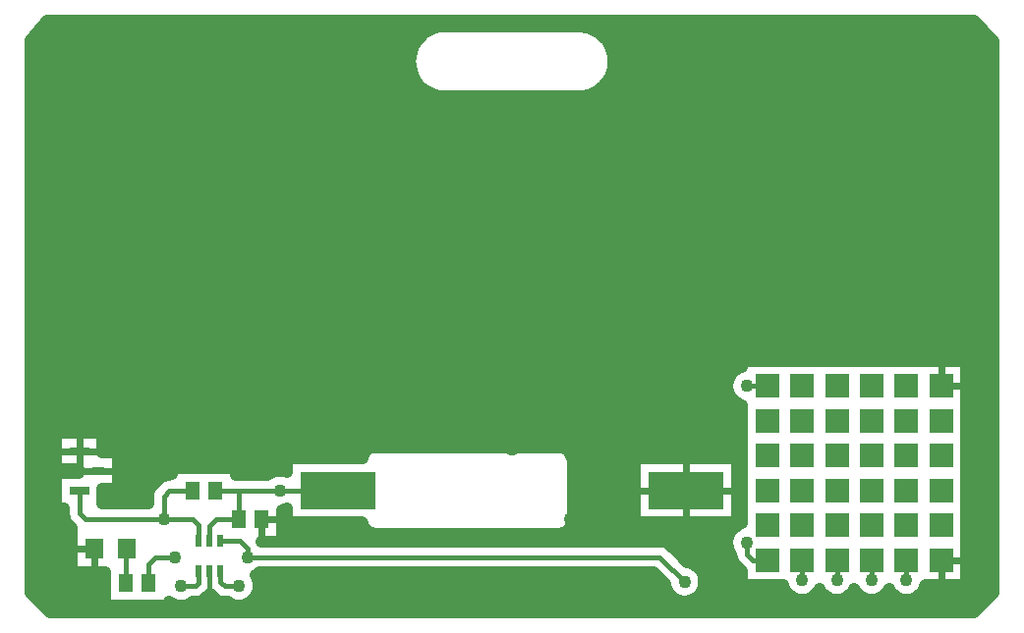
<source format=gbr>
G04 DipTrace 3.3.1.3*
G04 badge-Top.gbr*
%MOMM*%
G04 #@! TF.FileFunction,Copper,L1,Top*
G04 #@! TF.Part,Single*
G04 #@! TA.AperFunction,Conductor*
%ADD14C,0.4*%
G04 #@! TA.AperFunction,CopperBalancing*
%ADD15C,1.0*%
%ADD16C,0.6*%
%ADD18R,6.5X3.2*%
%ADD19R,1.3X1.5*%
%ADD20R,1.6X1.8*%
%ADD25R,2.0X2.0*%
%ADD27R,1.7X0.8*%
%ADD28R,1.1X0.8*%
%ADD30R,0.6X1.1*%
G04 #@! TA.AperFunction,ViaPad*
%ADD31C,1.1*%
%FSLAX35Y35*%
G04*
G71*
G90*
G75*
G01*
G04 Top*
%LPD*%
X1600000Y770000D2*
D14*
Y900000D1*
X1550000Y950000D1*
X1300000D1*
X625000D1*
X575000Y1000000D1*
Y1200000D1*
X1550000D2*
X1350000D1*
X1300000Y1150000D1*
Y950000D1*
X7700000Y600000D2*
Y425000D1*
X1695000Y500000D2*
Y200000D1*
X1700000D1*
X1790000Y500000D2*
Y410000D1*
X1825000Y375000D1*
X1950000D1*
X7100000Y600000D2*
Y425000D1*
X1600000Y500000D2*
Y400000D1*
X1575000Y375000D1*
X1450000D1*
X6800000Y600000D2*
Y425000D1*
X1790000Y770000D2*
X1955000D1*
X2025000Y700000D1*
Y625000D1*
X1400000D2*
X1225000D1*
X1165000Y565000D1*
Y400000D1*
X7400000Y600000D2*
Y425000D1*
X5787500Y412500D2*
X5575000Y625000D1*
X2025000D1*
X975000Y400000D2*
Y695000D1*
X980000Y700000D1*
X1695000Y770000D2*
Y795000D1*
X2800000Y1200000D2*
X2300000D1*
X1950000D1*
X1740000D1*
X1950000Y950000D2*
Y1200000D1*
X6500000Y600000D2*
X6375000D1*
X6325000Y650000D1*
Y750000D1*
Y2100000D2*
X6500000D1*
X1695000Y770000D2*
Y895000D1*
X1750000Y950000D1*
X1950000D1*
D31*
X1300000D3*
X7700000Y425000D3*
X1950000Y375000D3*
X7100000Y425000D3*
X1450000Y375000D3*
X6800000Y425000D3*
X2025000Y625000D3*
X1400000D3*
X7400000Y425000D3*
X5787500Y412500D3*
X6325000Y750000D3*
Y2100000D3*
Y750000D3*
X5100000Y1500000D3*
X2300000Y1200000D3*
X5800000Y900000D3*
Y1500000D3*
X8200000Y400000D3*
Y5000000D3*
X400000D3*
Y400000D3*
X4300000Y5225000D3*
Y200000D3*
X1700000D3*
X1000000Y1600000D3*
X2325000Y950000D3*
X1700000Y1600000D3*
X4300000Y1550000D3*
X6200000Y200000D3*
X4300000Y2425000D3*
X8400000Y2700000D3*
X2400000Y5200000D3*
X6200000D3*
X200000Y2700000D3*
X8200000Y2300000D3*
X2400000Y200000D3*
X7250000Y175000D3*
X4800000Y950000D3*
X220477Y5150333D2*
D15*
X3546530D1*
X5053483D2*
X8368963D1*
X160047Y5050667D2*
X3453833D1*
X5146087D2*
X8439967D1*
X160047Y4951000D2*
X3418380D1*
X5181633D2*
X8439967D1*
X160047Y4851333D2*
X3417923D1*
X5182090D2*
X8439967D1*
X160047Y4751667D2*
X3452560D1*
X5147453D2*
X8439967D1*
X160047Y4652000D2*
X3543157D1*
X5056857D2*
X8439967D1*
X160047Y4552333D2*
X8439967D1*
X160047Y4452667D2*
X8439967D1*
X160047Y4353000D2*
X8439967D1*
X160047Y4253333D2*
X8439967D1*
X160047Y4153667D2*
X8439967D1*
X160047Y4054000D2*
X8439967D1*
X160047Y3954333D2*
X8439967D1*
X160047Y3854667D2*
X8439967D1*
X160047Y3755000D2*
X8439967D1*
X160047Y3655333D2*
X8439967D1*
X160047Y3555667D2*
X8439967D1*
X160047Y3456000D2*
X8439967D1*
X160047Y3356333D2*
X8439967D1*
X160047Y3256667D2*
X8439967D1*
X160047Y3157000D2*
X8439967D1*
X160047Y3057333D2*
X8439967D1*
X160047Y2957667D2*
X8439967D1*
X160047Y2858000D2*
X8439967D1*
X160047Y2758333D2*
X8439967D1*
X160047Y2658667D2*
X8439967D1*
X160047Y2559000D2*
X8439967D1*
X160047Y2459333D2*
X8439967D1*
X160047Y2359667D2*
X8439967D1*
X160047Y2260000D2*
X6260580D1*
X8223990D2*
X8439967D1*
X160047Y2160333D2*
X6157130D1*
X8223990D2*
X8439967D1*
X160047Y2060667D2*
X6150657D1*
X8223990D2*
X8439967D1*
X160047Y1961000D2*
X6218833D1*
X8223990D2*
X8439967D1*
X160047Y1861333D2*
X6275983D1*
X8223990D2*
X8439967D1*
X160047Y1761667D2*
X6275983D1*
X8223990D2*
X8439967D1*
X160047Y1662000D2*
X365997D1*
X784030D2*
X6275983D1*
X8223990D2*
X8439967D1*
X160047Y1562333D2*
X365997D1*
X784030D2*
X3071297D1*
X4758900D2*
X6275983D1*
X8223990D2*
X8439967D1*
X160047Y1462667D2*
X365997D1*
X919017D2*
X2350970D1*
X4831907D2*
X5351037D1*
X8223990D2*
X8439967D1*
X160047Y1363000D2*
X560957D1*
X919017D2*
X1361037D1*
X1929003D2*
X2245333D1*
X4832547D2*
X5351037D1*
X8223990D2*
X8439967D1*
X160047Y1263333D2*
X365997D1*
X919017D2*
X1213833D1*
X4832547D2*
X5351037D1*
X8223990D2*
X8439967D1*
X160047Y1163667D2*
X365997D1*
X784030D2*
X1156687D1*
X4832547D2*
X5351037D1*
X8223990D2*
X8439967D1*
X160047Y1064000D2*
X365997D1*
X4832547D2*
X5351037D1*
X8223990D2*
X8439967D1*
X160047Y964333D2*
X435813D1*
X4832547D2*
X5351037D1*
X8223990D2*
X8439967D1*
X160047Y864667D2*
X495970D1*
X2329043D2*
X3032287D1*
X4797910D2*
X6190853D1*
X8223990D2*
X8439967D1*
X160047Y765000D2*
X495970D1*
X2329043D2*
X6146647D1*
X8223990D2*
X8439967D1*
X160047Y665333D2*
X495970D1*
X5734160D2*
X6168703D1*
X8223990D2*
X8439967D1*
X160047Y565667D2*
X495970D1*
X5868963D2*
X6210903D1*
X8223990D2*
X8439967D1*
X160047Y466000D2*
X785997D1*
X2102363D2*
X5534513D1*
X5957833D2*
X6275983D1*
X8223990D2*
X8439967D1*
X160047Y366333D2*
X785997D1*
X2128797D2*
X5614903D1*
X5960110D2*
X6631543D1*
X7868523D2*
X8439967D1*
X214003Y266667D2*
X785997D1*
X1663860D2*
X1736100D1*
X2089693D2*
X5692103D1*
X5882910D2*
X6730893D1*
X6869107D2*
X7030943D1*
X7169070D2*
X7330903D1*
X7469120D2*
X7630867D1*
X7769083D2*
X8385917D1*
X313717Y167000D2*
X8286297D1*
X2384333Y1474000D2*
X3010050D1*
X3013670Y1487853D1*
X3021027Y1505613D1*
X3031070Y1522003D1*
X3043553Y1536620D1*
X3058170Y1549103D1*
X3074560Y1559150D1*
X3092320Y1566503D1*
X3111013Y1570993D1*
X3130213Y1572500D1*
X4709650Y1572123D1*
X4728637Y1569117D1*
X4746920Y1563177D1*
X4764047Y1554450D1*
X4779597Y1543150D1*
X4793190Y1529557D1*
X4804490Y1514007D1*
X4813217Y1496880D1*
X4819157Y1478597D1*
X4822163Y1459610D1*
X4822540Y1380000D1*
X4822163Y940390D1*
X4819157Y921403D1*
X4813217Y903120D1*
X4804490Y885993D1*
X4793190Y870443D1*
X4779597Y856850D1*
X4764047Y845550D1*
X4746920Y836823D1*
X4728637Y830883D1*
X4709650Y827877D1*
X4630040Y827500D1*
X3120563Y827877D1*
X3101577Y830883D1*
X3083297Y836823D1*
X3066170Y845550D1*
X3050617Y856850D1*
X3037027Y870443D1*
X3025727Y885993D1*
X3017000Y903120D1*
X3011053Y921440D1*
X3005667Y926000D1*
X2361000D1*
Y1042393D1*
X2339453Y1035670D1*
X2318973Y1032197D1*
X2319000Y761000D1*
X2144413Y760797D1*
X2165000Y759000D1*
X5585513Y758587D1*
X5606283Y755297D1*
X5626280Y748800D1*
X5645013Y739253D1*
X5662027Y726893D1*
X5719250Y670253D1*
X5809417Y580090D1*
X5826953Y576830D1*
X5852173Y568637D1*
X5875803Y556597D1*
X5897257Y541010D1*
X5916010Y522257D1*
X5931597Y500803D1*
X5943637Y477173D1*
X5951830Y451953D1*
X5955980Y425760D1*
Y399240D1*
X5951830Y373047D1*
X5943637Y347827D1*
X5931597Y324197D1*
X5916010Y302743D1*
X5897257Y283990D1*
X5875803Y268403D1*
X5852173Y256363D1*
X5826953Y248170D1*
X5800760Y244020D1*
X5774240D1*
X5748047Y248170D1*
X5722827Y256363D1*
X5699197Y268403D1*
X5677743Y283990D1*
X5658990Y302743D1*
X5643403Y324197D1*
X5631363Y347827D1*
X5623170Y373047D1*
X5620063Y390437D1*
X5519443Y491053D1*
X2127957Y491000D1*
X2113303Y480903D1*
X2090380Y469190D1*
X2100580Y451723D1*
X2110730Y427223D1*
X2116920Y401437D1*
X2119000Y375000D1*
X2116920Y348563D1*
X2110730Y322777D1*
X2100580Y298277D1*
X2086723Y275663D1*
X2069500Y255500D1*
X2049337Y238277D1*
X2026723Y224420D1*
X2002223Y214270D1*
X1976437Y208080D1*
X1950000Y206000D1*
X1923563Y208080D1*
X1897777Y214270D1*
X1873277Y224420D1*
X1850663Y238277D1*
X1847203Y241003D1*
X1814487Y241413D1*
X1793717Y244703D1*
X1773720Y251200D1*
X1754987Y260747D1*
X1737973Y273107D1*
X1699890Y310603D1*
X1662027Y273107D1*
X1645013Y260747D1*
X1626280Y251200D1*
X1606283Y244703D1*
X1585513Y241413D1*
X1553033Y241000D1*
X1538303Y230903D1*
X1514673Y218863D1*
X1489453Y210670D1*
X1463260Y206520D1*
X1436740D1*
X1410547Y210670D1*
X1385327Y218863D1*
X1361697Y230903D1*
X1344030Y243507D1*
X1344000Y211000D1*
X796000D1*
Y496013D1*
X506000Y496000D1*
Y879487D1*
X473107Y912973D1*
X460747Y929987D1*
X451200Y948720D1*
X444703Y968717D1*
X441413Y989487D1*
X441000Y1046030D1*
X376000Y1046000D1*
Y1354000D1*
X570960D1*
X571000Y1385987D1*
X376000Y1386000D1*
Y1694000D1*
X774000D1*
Y1524013D1*
X909000Y1524000D1*
Y1216000D1*
X774013D1*
X774000Y1083933D1*
X1165950Y1084000D1*
X1166413Y1160513D1*
X1169703Y1181283D1*
X1176200Y1201280D1*
X1185747Y1220013D1*
X1198107Y1237027D1*
X1255247Y1294753D1*
X1271237Y1308410D1*
X1289167Y1319397D1*
X1308593Y1327443D1*
X1329037Y1332350D1*
X1350040Y1334000D1*
X1371000Y1337667D1*
Y1389000D1*
X1919000D1*
Y1334040D1*
X2197097Y1334000D1*
X2211697Y1344097D1*
X2235327Y1356137D1*
X2260547Y1364330D1*
X2286740Y1368480D1*
X2313260D1*
X2339453Y1364330D1*
X2361027Y1357480D1*
X2361000Y1474000D1*
X2384333D1*
X5365667D2*
X6239000D1*
Y926000D1*
X5361000D1*
Y1474000D1*
X5365667D1*
X3700090Y5201200D2*
X4909900Y5200810D1*
X4931743Y5197227D1*
X4955710Y5191757D1*
X4986547Y5181023D1*
X5005547Y5172423D1*
X5027330Y5161023D1*
X5054413Y5142790D1*
X5070590Y5129630D1*
X5088750Y5113057D1*
X5110293Y5088520D1*
X5122583Y5071673D1*
X5135920Y5051017D1*
X5150497Y5021803D1*
X5158090Y5002380D1*
X5165720Y4979010D1*
X5172373Y4947043D1*
X5174763Y4926327D1*
X5176187Y4901783D1*
X5174473Y4869177D1*
X5171507Y4848533D1*
X5166630Y4824437D1*
X5156663Y4793347D1*
X5148533Y4774140D1*
X5137673Y4752083D1*
X5120113Y4724557D1*
X5107360Y4708057D1*
X5091237Y4689497D1*
X5067243Y4667353D1*
X5050703Y4654650D1*
X5030383Y4640810D1*
X5001540Y4625513D1*
X4982310Y4617443D1*
X4955673Y4608237D1*
X4919743Y4600353D1*
X4900000Y4598800D1*
X3692320Y4599033D1*
X3672710Y4601787D1*
X3640830Y4609250D1*
X3604187Y4622743D1*
X3569583Y4640830D1*
X3537590Y4663213D1*
X3508737Y4689523D1*
X3483503Y4719323D1*
X3462307Y4752117D1*
X3445503Y4787363D1*
X3433363Y4824477D1*
X3426093Y4862840D1*
X3423813Y4901820D1*
X3426563Y4940770D1*
X3434290Y4979047D1*
X3446873Y5016010D1*
X3464103Y5051050D1*
X3485690Y5083587D1*
X3511280Y5113080D1*
X3540447Y5139043D1*
X3572707Y5161043D1*
X3607527Y5178713D1*
X3640867Y5190763D1*
X3672710Y5198213D1*
X3692360Y5200967D1*
X6191003Y647203D2*
X6180903Y661697D1*
X6168863Y685327D1*
X6160670Y710547D1*
X6156520Y736740D1*
Y763260D1*
X6160670Y789453D1*
X6168863Y814673D1*
X6180903Y838303D1*
X6196490Y859757D1*
X6215243Y878510D1*
X6236697Y894097D1*
X6260327Y906137D1*
X6286007Y914420D1*
X6260327Y906137D1*
X6236697Y894097D1*
X6215243Y878510D1*
X6196490Y859757D1*
X6180903Y838303D1*
X6168863Y814673D1*
X6160670Y789453D1*
X6156520Y763260D1*
Y736740D1*
X6160670Y710547D1*
X6168863Y685327D1*
X6180903Y661697D1*
X6188277Y650663D1*
X6191413Y639487D1*
X6194703Y618717D1*
X6201200Y598720D1*
X6210747Y579987D1*
X6223107Y562973D1*
X6263747Y521747D1*
X6286000Y499840D1*
Y386000D1*
X6635580Y386007D1*
X6643863Y360327D1*
X6655903Y336697D1*
X6671490Y315243D1*
X6690243Y296490D1*
X6711697Y280903D1*
X6735327Y268863D1*
X6760547Y260670D1*
X6786740Y256520D1*
X6813260D1*
X6839453Y260670D1*
X6864673Y268863D1*
X6888303Y280903D1*
X6909757Y296490D1*
X6928510Y315243D1*
X6944097Y336697D1*
X6950003Y347237D1*
X6963277Y325663D1*
X6980500Y305500D1*
X7000663Y288277D1*
X7023277Y274420D1*
X7047777Y264270D1*
X7073563Y258080D1*
X7100000Y256000D1*
X7126437Y258080D1*
X7152223Y264270D1*
X7176723Y274420D1*
X7199337Y288277D1*
X7219500Y305500D1*
X7236723Y325663D1*
X7250003Y347237D1*
X7263277Y325663D1*
X7280500Y305500D1*
X7300663Y288277D1*
X7323277Y274420D1*
X7347777Y264270D1*
X7373563Y258080D1*
X7400000Y256000D1*
X7426437Y258080D1*
X7452223Y264270D1*
X7476723Y274420D1*
X7499337Y288277D1*
X7519500Y305500D1*
X7536723Y325663D1*
X7550003Y347237D1*
X7563277Y325663D1*
X7580500Y305500D1*
X7600663Y288277D1*
X7623277Y274420D1*
X7647777Y264270D1*
X7673563Y258080D1*
X7700000Y256000D1*
X7726437Y258080D1*
X7752223Y264270D1*
X7776723Y274420D1*
X7799337Y288277D1*
X7819500Y305500D1*
X7836723Y325663D1*
X7850580Y348277D1*
X7860730Y372777D1*
X7864457Y386000D1*
X8214000D1*
Y2314000D1*
X7026000D1*
X6286000D1*
X6285547Y2264330D1*
X6260327Y2256137D1*
X6236697Y2244097D1*
X6215243Y2228510D1*
X6196490Y2209757D1*
X6180903Y2188303D1*
X6168863Y2164673D1*
X6160670Y2139453D1*
X6156520Y2113260D1*
Y2086740D1*
X6160670Y2060547D1*
X6168863Y2035327D1*
X6180903Y2011697D1*
X6196490Y1990243D1*
X6215243Y1971490D1*
X6236697Y1955903D1*
X6260327Y1943863D1*
X6286000Y1935493D1*
Y914503D1*
X297683Y5249993D2*
X150033Y5081253D1*
X150000Y320767D1*
X320650Y150063D1*
X8279363Y150000D1*
X8449937Y320650D1*
X8450000Y5079233D1*
X8279350Y5249937D1*
X297670Y5250000D1*
X5800000Y1473910D2*
D16*
Y926090D1*
X5361090Y1200000D2*
X6238910D1*
X2140000Y950000D2*
Y761090D1*
Y950000D2*
X2318910D1*
X700000Y700000D2*
Y496090D1*
X506090Y700000D2*
X700000D1*
X8000000Y600000D2*
Y386090D1*
Y600000D2*
X8213910D1*
X8000000Y2313907D2*
Y2100000D1*
X8213910D1*
X575000Y1693910D2*
Y1386090D1*
X376090Y1540000D2*
X773910D1*
X571090Y1370000D2*
X908910D1*
D18*
X2800000Y1200000D3*
X5800000D3*
D19*
X1950000Y950000D3*
X2140000D3*
D20*
X700000Y700000D3*
X980000D3*
D25*
X6500000Y900000D3*
X6800000D3*
X7100000D3*
X7400000D3*
X7700000D3*
X8000000D3*
X6500000Y600000D3*
X6800000D3*
X7100000D3*
X7400000D3*
X7700000D3*
X8000000D3*
X6500000Y1500000D3*
X6800000D3*
X7100000D3*
X7400000D3*
X7700000D3*
X8000000D3*
X6500000Y1200000D3*
X6800000D3*
X7100000D3*
X7400000D3*
X7700000D3*
X8000000D3*
X6500000Y2100000D3*
X6800000D3*
X7100000D3*
X7400000D3*
X7700000D3*
X8000000D3*
X6500000Y1800000D3*
X6800000D3*
X7100000D3*
X7400000D3*
X7700000D3*
X8000000D3*
D19*
X975000Y400000D3*
X1165000D3*
X1550000Y1200000D3*
X1740000D3*
D27*
X575000D3*
Y1540000D3*
D28*
X740000Y1370000D3*
D30*
X1600000Y500000D3*
X1695000D3*
X1790000D3*
Y770000D3*
X1695000D3*
X1600000D3*
M02*

</source>
